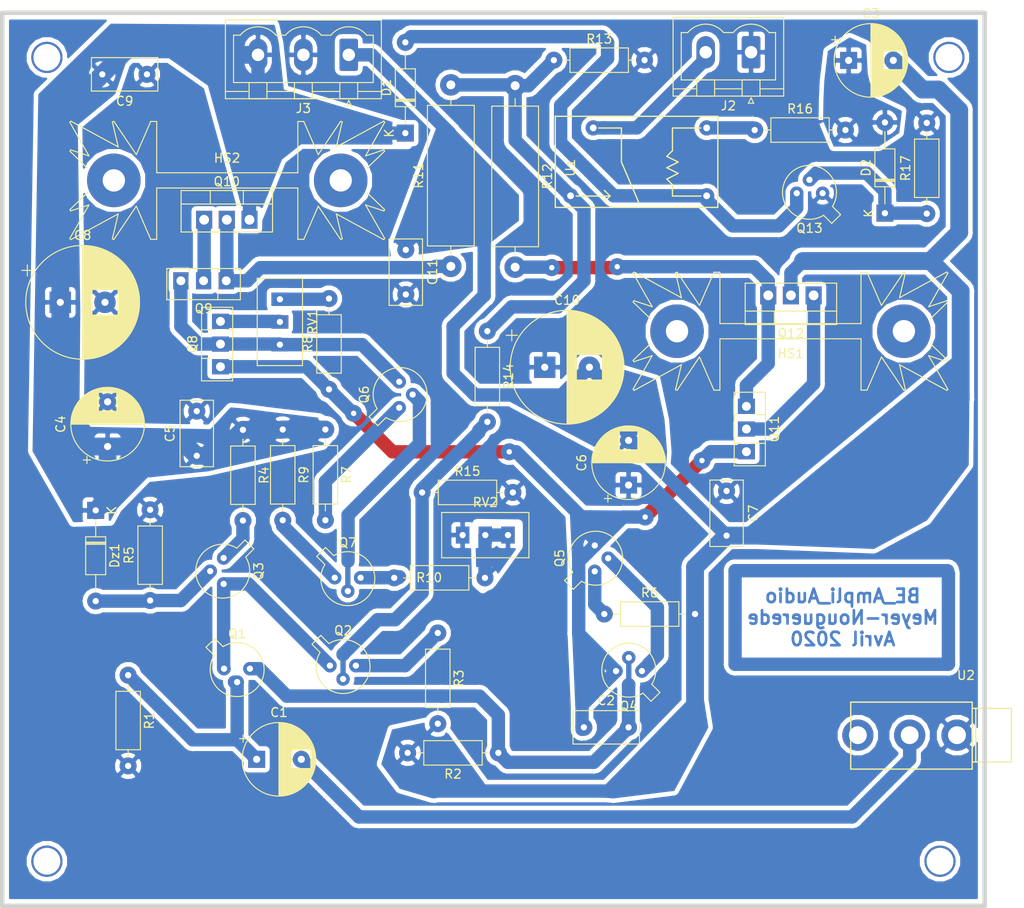
<source format=kicad_pcb>
(kicad_pcb (version 20171130) (host pcbnew "(5.0.0)")
  (title_block (title BE_Ampli_Audio) (date 2020-04-04) (rev V0) (company "INSA GEI") (comment 1 "Carole Meyer") (comment 2 "Louis Nouguerede"))
  (layers (0 F.Cu signal) (31 B.Cu signal) (34 B.Paste user hide) (35 F.Paste user) (36 B.SilkS user hide) (37 F.SilkS user) (38 B.Mask user hide) (39 F.Mask user hide) (44 Edge.Cuts user))
  (net 0 "")
  (net 1 "Net-(C1-Pad1)")
  (net 2 "Net-(C1-Pad2)")
  (net 3 "Net-(C2-Pad1)")
  (net 4 "Net-(C2-Pad2)")
  (net 5 -12V)
  (net 6 "Net-(C3-Pad1)")
  (net 7 GND)
  (net 8 +12V)
  (net 9 "Net-(D1-Pad2)")
  (net 10 "Net-(D2-Pad1)")
  (net 11 "Net-(Dz1-Pad2)")
  (net 12 "Net-(Q1-Pad1)")
  (net 13 "Net-(Q2-Pad2)")
  (net 14 "Net-(Q2-Pad3)")
  (net 15 "Net-(Q3-Pad1)")
  (net 16 "Net-(Q4-Pad1)")
  (net 17 "Net-(Q5-Pad1)")
  (net 18 "Net-(Q6-Pad3)")
  (net 19 "Net-(Q6-Pad2)")
  (net 20 "Net-(Q6-Pad1)")
  (net 21 "Net-(Q7-Pad1)")
  (net 22 "Net-(Q7-Pad3)")
  (net 23 "Net-(Q8-Pad3)")
  (net 24 "Net-(Q10-Pad2)")
  (net 25 "Net-(Q10-Pad1)")
  (net 26 "Net-(Q11-Pad2)")
  (net 27 "Net-(Q11-Pad1)")
  (net 28 "Net-(R8-Pad2)")
  (net 29 "Net-(R10-Pad2)")
  (net 30 "Net-(R11-Pad2)")
  (net 31 "Net-(R16-Pad1)")
  (net 32 "Net-(U2-PadTN)")
  (net 33 "Net-(J2-Pad2)")
  (module Be-Elec:RelayBE (layer F.Cu) (at 107.9881 43.9928 180)
    (fp_text reference U1 (at 16.51 4.445 270) (layer F.SilkS))
    (fp_text value Relay_1CT)
    (pad 7 thru_hole circle (at 16.49 1.3 180) (size 1.7 1.7) (drill 0.762) (layers *.Cu *.Mask) (net 30 "Net-(R11-Pad2)"))
    (pad 1 thru_hole circle (at 13.95 8.9 270) (size 1.7 1.7) (drill 0.762) (layers *.Cu *.Mask) (net 33 "Net-(J2-Pad2)"))
    (pad 6 thru_hole circle (at 1.25 1.3 180) (size 1.7 1.7) (drill 0.762) (layers *.Cu *.Mask) (net 9 "Net-(D1-Pad2)"))
    (pad 2 thru_hole circle (at 1.25 8.9 180) (size 1.7 1.7) (drill 0.762) (layers *.Cu *.Mask) (net 31 "Net-(R16-Pad1)"))
  )
  (module Be-Elec:CP_Radial_D8.0mm_P5.00mm (layer F.Cu) (at 122.6312 27.5336)
    (fp_text reference C3 (at 2.5 -5.25) (layer F.SilkS))
    (fp_text value 47µ)
    (pad 2 thru_hole circle (at 5 0) (size 1.9 1.9) (drill 0.8) (layers *.Cu *.Mask) (net 5 -12V))
    (pad 1 thru_hole rect (at 0 0) (size 1.9 1.9) (drill 0.8) (layers *.Cu *.Mask) (net 6 "Net-(C3-Pad1)"))
  )
  (module Be-Elec:C_Rect_L7.2mm_W3.5mm_P5.00mm_FKS2_FKP2_MKS2_MKP2 (layer F.Cu) (at 49.6443 71.8058 90)
    (fp_text reference C5 (at 2.5 -3 90) (layer F.SilkS))
    (fp_text value 100n)
    (pad 2 thru_hole circle (at 5 0 90) (size 1.9 1.9) (drill 0.7) (layers *.Cu *.Mask) (net 7 GND))
    (pad 1 thru_hole circle (at 0 0 90) (size 1.9 1.9) (drill 0.7) (layers *.Cu *.Mask) (net 8 +12V))
  )
  (module Be-Elec:C_Rect_L7.2mm_W3.5mm_P5.00mm_FKS2_FKP2_MKS2_MKP2 (layer F.Cu) (at 108.966 75.7428 270)
    (fp_text reference C7 (at 2.5 -3 270) (layer F.SilkS))
    (fp_text value 100n)
    (pad 1 thru_hole circle (at 0 0 270) (size 1.9 1.9) (drill 0.7) (layers *.Cu *.Mask) (net 7 GND))
    (pad 2 thru_hole circle (at 5 0 270) (size 1.9 1.9) (drill 0.7) (layers *.Cu *.Mask) (net 5 -12V))
  )
  (module Be-Elec:C_Rect_L7.2mm_W3.5mm_P5.00mm_FKS2_FKP2_MKS2_MKP2 (layer F.Cu) (at 44.069 29.0957 180)
    (fp_text reference C9 (at 2.5 -3 180) (layer F.SilkS))
    (fp_text value 100n)
    (pad 2 thru_hole circle (at 5 0 180) (size 1.9 1.9) (drill 0.7) (layers *.Cu *.Mask) (net 8 +12V))
    (pad 1 thru_hole circle (at 0 0 180) (size 1.9 1.9) (drill 0.7) (layers *.Cu *.Mask) (net 7 GND))
  )
  (module Be-Elec:C_Rect_L7.2mm_W3.5mm_P5.00mm_FKS2_FKP2_MKS2_MKP2 (layer F.Cu) (at 73.0504 48.7426 270)
    (fp_text reference C11 (at 2.5 -3 270) (layer F.SilkS))
    (fp_text value 100n)
    (pad 1 thru_hole circle (at 0 0 270) (size 1.9 1.9) (drill 0.7) (layers *.Cu *.Mask) (net 5 -12V))
    (pad 2 thru_hole circle (at 5 0 270) (size 1.9 1.9) (drill 0.7) (layers *.Cu *.Mask) (net 7 GND))
  )
  (module Be-Elec:PhoenixContact_MSTBVA_2,5_2-G-5,08_1x02_P5.08mm_Vertical (layer F.Cu) (at 111.7092 26.6192 180)
    (fp_text reference J2 (at 2.54 -6 180) (layer F.SilkS))
    (fp_text value Conn_01x02)
    (pad 2 thru_hole oval (at 5.08 0 180) (size 2.08 3.6) (drill 1.4) (layers *.Cu *.Mask) (net 33 "Net-(J2-Pad2)"))
    (pad 1 thru_hole roundrect (at 0 0 180) (size 2.08 3.6) (drill 1.4) (layers *.Cu *.Mask) (roundrect_rratio 0.120192) (net 7 GND))
  )
  (module Be-Elec:CP_Radial_D8.0mm_P5.00mm (layer F.Cu) (at 56.3499 105.791)
    (fp_text reference C1 (at 2.5 -5.25) (layer F.SilkS))
    (fp_text value 47µ)
    (pad 1 thru_hole rect (at 0 0) (size 1.9 1.9) (drill 0.8) (layers *.Cu *.Mask) (net 1 "Net-(C1-Pad1)"))
    (pad 2 thru_hole circle (at 5 0) (size 1.9 1.9) (drill 0.8) (layers *.Cu *.Mask) (net 2 "Net-(C1-Pad2)"))
  )
  (module Be-Elec:C_Rect_L7.2mm_W3.5mm_P5.00mm_FKS2_FKP2_MKS2_MKP2 (layer F.Cu) (at 92.9894 102.2096)
    (fp_text reference C2 (at 2.5 -3) (layer F.SilkS))
    (fp_text value C)
    (pad 1 thru_hole circle (at 0 0) (size 1.9 1.9) (drill 0.7) (layers *.Cu *.Mask) (net 3 "Net-(C2-Pad1)"))
    (pad 2 thru_hole circle (at 5 0) (size 1.9 1.9) (drill 0.7) (layers *.Cu *.Mask) (net 4 "Net-(C2-Pad2)"))
  )
  (module Be-Elec:CP_Radial_D8.0mm_P5.00mm (layer F.Cu) (at 39.6621 70.7644 90)
    (fp_text reference C4 (at 2.5 -5.25 90) (layer F.SilkS))
    (fp_text value 10µ)
    (pad 2 thru_hole circle (at 5 0 90) (size 1.9 1.9) (drill 0.8) (layers *.Cu *.Mask) (net 7 GND))
    (pad 1 thru_hole rect (at 0 0 90) (size 1.9 1.9) (drill 0.8) (layers *.Cu *.Mask) (net 8 +12V))
  )
  (module Be-Elec:CP_Radial_D8.0mm_P5.00mm (layer F.Cu) (at 97.9932 75.0824 90)
    (fp_text reference C6 (at 2.5 -5.25 90) (layer F.SilkS))
    (fp_text value 10µ)
    (pad 1 thru_hole rect (at 0 0 90) (size 1.9 1.9) (drill 0.8) (layers *.Cu *.Mask) (net 7 GND))
    (pad 2 thru_hole circle (at 5 0 90) (size 1.9 1.9) (drill 0.8) (layers *.Cu *.Mask) (net 5 -12V))
  )
  (module Be-Elec:CP_Radial_D12.5mm_P5.00mm (layer F.Cu) (at 34.3662 54.6227)
    (fp_text reference C8 (at 2.5 -7.5) (layer F.SilkS))
    (fp_text value 470µ)
    (pad 1 thru_hole rect (at 0 0) (size 2.4 2.4) (drill 0.8) (layers *.Cu *.Mask) (net 8 +12V))
    (pad 2 thru_hole circle (at 5 0) (size 2.4 2.4) (drill 0.8) (layers *.Cu *.Mask) (net 7 GND))
  )
  (module Be-Elec:CP_Radial_D12.5mm_P5.00mm (layer F.Cu) (at 88.6079 61.8871)
    (fp_text reference C10 (at 2.5 -7.5) (layer F.SilkS))
    (fp_text value 470µ)
    (pad 1 thru_hole rect (at 0 0) (size 2.4 2.4) (drill 0.8) (layers *.Cu *.Mask) (net 7 GND))
    (pad 2 thru_hole circle (at 5 0) (size 2.4 2.4) (drill 0.8) (layers *.Cu *.Mask) (net 5 -12V))
  )
  (module Be-Elec:D_DO-35_SOD27_P10.16mm_Horizontal (layer F.Cu) (at 72.9996 35.6743 90)
    (fp_text reference D1 (at 5.08 -2.12 90) (layer F.SilkS))
    (fp_text value 1N4148)
    (fp_text user K (at 0 -1.8 90) (layer F.SilkS))
    (pad 1 thru_hole rect (at 0 0 90) (size 1.9 1.9) (drill 0.7) (layers *.Cu *.Mask) (net 8 +12V))
    (pad 2 thru_hole oval (at 10.16 0 90) (size 1.9 1.9) (drill 0.7) (layers *.Cu *.Mask) (net 9 "Net-(D1-Pad2)"))
  )
  (module Be-Elec:D_DO-35_SOD27_P10.16mm_Horizontal (layer F.Cu) (at 126.6952 44.6405 90)
    (fp_text reference D2 (at 5.08 -2.12 90) (layer F.SilkS))
    (fp_text value 1N4148)
    (fp_text user K (at 0 -1.8 90) (layer F.SilkS))
    (pad 1 thru_hole rect (at 0 0 90) (size 1.9 1.9) (drill 0.7) (layers *.Cu *.Mask) (net 10 "Net-(D2-Pad1)"))
    (pad 2 thru_hole oval (at 10.16 0 90) (size 1.9 1.9) (drill 0.7) (layers *.Cu *.Mask) (net 6 "Net-(C3-Pad1)"))
  )
  (module Be-Elec:D_DO-35_SOD27_P10.16mm_Horizontal (layer F.Cu) (at 38.3286 77.9145 270)
    (fp_text reference Dz1 (at 5.08 -2.12 270) (layer F.SilkS))
    (fp_text value BZX55C5V1)
    (fp_text user K (at 0 -1.8 270) (layer F.SilkS))
    (pad 2 thru_hole oval (at 10.16 0 270) (size 1.9 1.9) (drill 0.7) (layers *.Cu *.Mask) (net 11 "Net-(Dz1-Pad2)"))
    (pad 1 thru_hole rect (at 0 0 270) (size 1.9 1.9) (drill 0.7) (layers *.Cu *.Mask) (net 8 +12V))
  )
  (module Be-Elec:Heatsink_Fischer_SK104-STC-STIC_35x13mm_2xDrill2.5mm (layer F.Cu) (at 116.120462 57.855449 180)
    (fp_text reference HS1 (at -0.025 -2.5 180) (layer F.SilkS))
    (fp_text value Heatsink)
    (pad 1 thru_hole circle (at 12.7 0 180) (size 6 6) (drill 2.5) (layers *.Cu *.Mask))
    (pad 1 thru_hole circle (at -12.7 0) (size 6 6) (drill 2.5) (layers *.Cu *.Mask))
  )
  (module Be-Elec:Heatsink_Fischer_SK104-STC-STIC_35x13mm_2xDrill2.5mm (layer F.Cu) (at 53.0606 40.9702)
    (fp_text reference HS2 (at -0.025 -2.5) (layer F.SilkS))
    (fp_text value Heatsink)
    (pad 1 thru_hole circle (at -12.7 0 180) (size 6 6) (drill 2.5) (layers *.Cu *.Mask))
    (pad 1 thru_hole circle (at 12.7 0) (size 6 6) (drill 2.5) (layers *.Cu *.Mask))
  )
  (module Be-Elec:PhoenixContact_MSTBVA_2,5_3-G-5,08_1x03_P5.08mm_Vertical (layer F.Cu) (at 66.6623 26.9113 180)
    (fp_text reference J3 (at 5.08 -6 180) (layer F.SilkS))
    (fp_text value Conn_01x03)
    (pad 1 thru_hole roundrect (at 0 0 180) (size 2.08 3.6) (drill 1.4) (layers *.Cu *.Mask) (roundrect_rratio 0.120192) (net 5 -12V))
    (pad 2 thru_hole oval (at 5.08 0 180) (size 2.08 3.6) (drill 1.4) (layers *.Cu *.Mask) (net 7 GND))
    (pad 3 thru_hole oval (at 10.16 0 180) (size 2.08 3.6) (drill 1.4) (layers *.Cu *.Mask) (net 8 +12V))
  )
  (module Be-Elec:TO-18-3 (layer F.Cu) (at 52.8955 95.7453)
    (fp_text reference Q1 (at 1.27 -4.02) (layer F.SilkS))
    (fp_text value 2N2907)
    (pad 1 thru_hole circle (at -0.2 -0.1) (size 1.5 1.5) (drill 0.7) (layers *.Cu *.Mask) (net 12 "Net-(Q1-Pad1)"))
    (pad 2 thru_hole circle (at 1.27 1.4) (size 1.5 1.5) (drill 0.7) (layers *.Cu *.Mask) (net 1 "Net-(C1-Pad1)"))
    (pad 3 thru_hole circle (at 2.7 -0.1) (size 1.5 1.5) (drill 0.7) (layers *.Cu *.Mask) (net 4 "Net-(C2-Pad2)"))
  )
  (module Be-Elec:TO-18-3 (layer F.Cu) (at 64.7573 95.4024)
    (fp_text reference Q2 (at 1.27 -4.02) (layer F.SilkS))
    (fp_text value 2N2907)
    (pad 1 thru_hole circle (at -0.2 -0.1) (size 1.5 1.5) (drill 0.7) (layers *.Cu *.Mask) (net 12 "Net-(Q1-Pad1)"))
    (pad 2 thru_hole circle (at 1.27 1.4) (size 1.5 1.5) (drill 0.7) (layers *.Cu *.Mask) (net 13 "Net-(Q2-Pad2)"))
    (pad 3 thru_hole circle (at 2.7 -0.1) (size 1.5 1.5) (drill 0.7) (layers *.Cu *.Mask) (net 14 "Net-(Q2-Pad3)"))
  )
  (module Be-Elec:TO-18-3 (layer F.Cu) (at 52.5526 83.4517 270)
    (fp_text reference Q3 (at 1.27 -4.02 270) (layer F.SilkS))
    (fp_text value 2N2907)
    (pad 3 thru_hole circle (at 2.7 -0.1 270) (size 1.5 1.5) (drill 0.7) (layers *.Cu *.Mask) (net 12 "Net-(Q1-Pad1)"))
    (pad 2 thru_hole circle (at 1.27 1.4 270) (size 1.5 1.5) (drill 0.7) (layers *.Cu *.Mask) (net 11 "Net-(Dz1-Pad2)"))
    (pad 1 thru_hole circle (at -0.2 -0.1 270) (size 1.5 1.5) (drill 0.7) (layers *.Cu *.Mask) (net 15 "Net-(Q3-Pad1)"))
  )
  (module Be-Elec:TO-18-3 (layer F.Cu) (at 99.2886 95.8088 180)
    (fp_text reference Q4 (at 1.27 -4.02 180) (layer F.SilkS))
    (fp_text value 2N2222)
    (pad 3 thru_hole circle (at 2.7 -0.1 180) (size 1.5 1.5) (drill 0.7) (layers *.Cu *.Mask) (net 3 "Net-(C2-Pad1)"))
    (pad 2 thru_hole circle (at 1.27 1.4 180) (size 1.5 1.5) (drill 0.7) (layers *.Cu *.Mask) (net 4 "Net-(C2-Pad2)"))
    (pad 1 thru_hole circle (at -0.2 -0.1 180) (size 1.5 1.5) (drill 0.7) (layers *.Cu *.Mask) (net 16 "Net-(Q4-Pad1)"))
  )
  (module Be-Elec:TO-18-3 (layer F.Cu) (at 94.3072 84.5439 90)
    (fp_text reference Q5 (at 1.27 -4.02 90) (layer F.SilkS))
    (fp_text value 2N2222)
    (pad 1 thru_hole circle (at -0.2 -0.1 90) (size 1.5 1.5) (drill 0.7) (layers *.Cu *.Mask) (net 17 "Net-(Q5-Pad1)"))
    (pad 2 thru_hole circle (at 1.27 1.4 90) (size 1.5 1.5) (drill 0.7) (layers *.Cu *.Mask) (net 16 "Net-(Q4-Pad1)"))
    (pad 3 thru_hole circle (at 2.7 -0.1 90) (size 1.5 1.5) (drill 0.7) (layers *.Cu *.Mask) (net 3 "Net-(C2-Pad1)"))
  )
  (module Be-Elec:TO-18-3 (layer F.Cu) (at 72.4154 66.2178 90)
    (fp_text reference Q6 (at 1.27 -4.02 90) (layer F.SilkS))
    (fp_text value 2N2907)
    (pad 3 thru_hole circle (at 2.7 -0.1 90) (size 1.5 1.5) (drill 0.7) (layers *.Cu *.Mask) (net 18 "Net-(Q6-Pad3)"))
    (pad 2 thru_hole circle (at 1.27 1.4 90) (size 1.5 1.5) (drill 0.7) (layers *.Cu *.Mask) (net 19 "Net-(Q6-Pad2)"))
    (pad 1 thru_hole circle (at -0.2 -0.1 90) (size 1.5 1.5) (drill 0.7) (layers *.Cu *.Mask) (net 20 "Net-(Q6-Pad1)"))
  )
  (module Be-Elec:TO-18-3 (layer F.Cu) (at 65.2907 85.5599)
    (fp_text reference Q7 (at 1.27 -4.02) (layer F.SilkS))
    (fp_text value 2N2907)
    (pad 1 thru_hole circle (at -0.2 -0.1) (size 1.5 1.5) (drill 0.7) (layers *.Cu *.Mask) (net 21 "Net-(Q7-Pad1)"))
    (pad 2 thru_hole circle (at 1.27 1.4) (size 1.5 1.5) (drill 0.7) (layers *.Cu *.Mask) (net 19 "Net-(Q6-Pad2)"))
    (pad 3 thru_hole circle (at 2.7 -0.1) (size 1.5 1.5) (drill 0.7) (layers *.Cu *.Mask) (net 22 "Net-(Q7-Pad3)"))
  )
  (module Be-Elec:TO-126-3_Vertical (layer F.Cu) (at 52.2986 61.8363 90)
    (fp_text reference Q8 (at 2.54 -3.12 90) (layer F.SilkS))
    (fp_text value BD139)
    (pad 1 thru_hole rect (at 0 0 90) (size 1.7 1.9) (drill 1) (layers *.Cu *.Mask) (net 3 "Net-(C2-Pad1)"))
    (pad 2 thru_hole rect (at 2.54 0 90) (size 1.7 1.9) (drill 1) (layers *.Cu *.Mask) (net 18 "Net-(Q6-Pad3)"))
    (pad 3 thru_hole rect (at 5.08 0 90) (size 1.7 1.9) (drill 1) (layers *.Cu *.Mask) (net 23 "Net-(Q8-Pad3)"))
  )
  (module Be-Elec:TO-126-3_Vertical (layer F.Cu) (at 52.9463 52.2097 180)
    (fp_text reference Q9 (at 2.54 -3.12 180) (layer F.SilkS))
    (fp_text value BD139)
    (pad 1 thru_hole rect (at 0 0 180) (size 1.7 1.9) (drill 1) (layers *.Cu *.Mask) (net 24 "Net-(Q10-Pad2)"))
    (pad 2 thru_hole rect (at 2.54 0 180) (size 1.7 1.9) (drill 1) (layers *.Cu *.Mask) (net 25 "Net-(Q10-Pad1)"))
    (pad 3 thru_hole rect (at 5.08 0 180) (size 1.7 1.9) (drill 1) (layers *.Cu *.Mask) (net 18 "Net-(Q6-Pad3)"))
  )
  (module Be-Elec:TO-220-3_Vertical (layer F.Cu) (at 50.4698 45.3771)
    (fp_text reference Q10 (at 2.54 -4.27) (layer F.SilkS))
    (fp_text value TIP32)
    (pad 3 thru_hole rect (at 5.08 0) (size 1.8 2) (drill 1.1) (layers *.Cu *.Mask) (net 8 +12V))
    (pad 2 thru_hole rect (at 2.54 0) (size 1.8 2) (drill 1.1) (layers *.Cu *.Mask) (net 24 "Net-(Q10-Pad2)"))
    (pad 1 thru_hole rect (at 0 0) (size 1.8 2) (drill 1.1) (layers *.Cu *.Mask) (net 25 "Net-(Q10-Pad1)"))
  )
  (module Be-Elec:TO-126-3_Vertical (layer F.Cu) (at 111.1885 66.2686 270)
    (fp_text reference Q11 (at 2.54 -3.12 270) (layer F.SilkS))
    (fp_text value BD138)
    (pad 3 thru_hole rect (at 5.08 0 270) (size 1.7 1.9) (drill 1) (layers *.Cu *.Mask) (net 3 "Net-(C2-Pad1)"))
    (pad 2 thru_hole rect (at 2.54 0 270) (size 1.7 1.9) (drill 1) (layers *.Cu *.Mask) (net 26 "Net-(Q11-Pad2)"))
    (pad 1 thru_hole rect (at 0 0 270) (size 1.7 1.9) (drill 1) (layers *.Cu *.Mask) (net 27 "Net-(Q11-Pad1)"))
  )
  (module Be-Elec:TO-220-3_Vertical (layer F.Cu) (at 118.711262 53.842249 180)
    (fp_text reference Q12 (at 2.54 -4.27 180) (layer F.SilkS))
    (fp_text value TIP31)
    (pad 1 thru_hole rect (at 0 0 180) (size 1.8 2) (drill 1.1) (layers *.Cu *.Mask) (net 26 "Net-(Q11-Pad2)"))
    (pad 2 thru_hole rect (at 2.54 0 180) (size 1.8 2) (drill 1.1) (layers *.Cu *.Mask) (net 5 -12V))
    (pad 3 thru_hole rect (at 5.08 0 180) (size 1.8 2) (drill 1.1) (layers *.Cu *.Mask) (net 27 "Net-(Q11-Pad1)"))
  )
  (module Be-Elec:TO-18-3 (layer F.Cu) (at 119.5197 42.3037 180)
    (fp_text reference Q13 (at 1.27 -4.02 180) (layer F.SilkS))
    (fp_text value 2N2222)
    (pad 3 thru_hole circle (at 2.7 -0.1 180) (size 1.5 1.5) (drill 0.7) (layers *.Cu *.Mask) (net 9 "Net-(D1-Pad2)"))
    (pad 2 thru_hole circle (at 1.27 1.4 180) (size 1.5 1.5) (drill 0.7) (layers *.Cu *.Mask) (net 10 "Net-(D2-Pad1)"))
    (pad 1 thru_hole circle (at -0.2 -0.1 180) (size 1.5 1.5) (drill 0.7) (layers *.Cu *.Mask) (net 7 GND))
  )
  (module Be-Elec:R_Axial_DIN0207_L6.3mm_D2.5mm_P10.16mm_Horizontal (layer F.Cu) (at 41.9608 96.3676 270)
    (fp_text reference R1 (at 5.08 -2.37 270) (layer F.SilkS))
    (fp_text value R)
    (pad 2 thru_hole circle (at 10.16 0 270) (size 1.9 1.9) (drill 0.7) (layers *.Cu *.Mask) (net 7 GND))
    (pad 1 thru_hole circle (at 0 0 270) (size 1.9 1.9) (drill 0.7) (layers *.Cu *.Mask) (net 1 "Net-(C1-Pad1)"))
  )
  (module Be-Elec:R_Axial_DIN0207_L6.3mm_D2.5mm_P10.16mm_Horizontal (layer F.Cu) (at 83.4136 105.0671 180)
    (fp_text reference R2 (at 5.08 -2.37 180) (layer F.SilkS))
    (fp_text value R)
    (pad 2 thru_hole circle (at 10.16 0 180) (size 1.9 1.9) (drill 0.7) (layers *.Cu *.Mask) (net 5 -12V))
    (pad 1 thru_hole circle (at 0 0 180) (size 1.9 1.9) (drill 0.7) (layers *.Cu *.Mask) (net 4 "Net-(C2-Pad2)"))
  )
  (module Be-Elec:R_Axial_DIN0207_L6.3mm_D2.5mm_P10.16mm_Horizontal (layer F.Cu) (at 76.6318 91.6432 270)
    (fp_text reference R3 (at 5.08 -2.37 270) (layer F.SilkS))
    (fp_text value R)
    (pad 2 thru_hole circle (at 10.16 0 270) (size 1.9 1.9) (drill 0.7) (layers *.Cu *.Mask) (net 5 -12V))
    (pad 1 thru_hole circle (at 0 0 270) (size 1.9 1.9) (drill 0.7) (layers *.Cu *.Mask) (net 14 "Net-(Q2-Pad3)"))
  )
  (module Be-Elec:R_Axial_DIN0207_L6.3mm_D2.5mm_P10.16mm_Horizontal (layer F.Cu) (at 54.8132 68.8975 270)
    (fp_text reference R4 (at 5.08 -2.37 270) (layer F.SilkS))
    (fp_text value R)
    (pad 1 thru_hole circle (at 0 0 270) (size 1.9 1.9) (drill 0.7) (layers *.Cu *.Mask) (net 8 +12V))
    (pad 2 thru_hole circle (at 10.16 0 270) (size 1.9 1.9) (drill 0.7) (layers *.Cu *.Mask) (net 15 "Net-(Q3-Pad1)"))
  )
  (module Be-Elec:R_Axial_DIN0207_L6.3mm_D2.5mm_P10.16mm_Horizontal (layer F.Cu) (at 44.4246 88.011 90)
    (fp_text reference R5 (at 5.08 -2.37 90) (layer F.SilkS))
    (fp_text value R)
    (pad 2 thru_hole circle (at 10.16 0 90) (size 1.9 1.9) (drill 0.7) (layers *.Cu *.Mask) (net 7 GND))
    (pad 1 thru_hole circle (at 0 0 90) (size 1.9 1.9) (drill 0.7) (layers *.Cu *.Mask) (net 11 "Net-(Dz1-Pad2)"))
  )
  (module Be-Elec:R_Axial_DIN0207_L6.3mm_D2.5mm_P10.16mm_Horizontal (layer F.Cu) (at 95.2754 89.5223)
    (fp_text reference R6 (at 5.08 -2.37) (layer F.SilkS))
    (fp_text value R)
    (pad 1 thru_hole circle (at 0 0) (size 1.9 1.9) (drill 0.7) (layers *.Cu *.Mask) (net 17 "Net-(Q5-Pad1)"))
    (pad 2 thru_hole circle (at 10.16 0) (size 1.9 1.9) (drill 0.7) (layers *.Cu *.Mask) (net 5 -12V))
  )
  (module Be-Elec:R_Axial_DIN0207_L6.3mm_D2.5mm_P10.16mm_Horizontal (layer F.Cu) (at 64.0461 68.8594 270)
    (fp_text reference R7 (at 5.08 -2.37 270) (layer F.SilkS))
    (fp_text value R)
    (pad 2 thru_hole circle (at 10.16 0 270) (size 1.9 1.9) (drill 0.7) (layers *.Cu *.Mask) (net 20 "Net-(Q6-Pad1)"))
    (pad 1 thru_hole circle (at 0 0 270) (size 1.9 1.9) (drill 0.7) (layers *.Cu *.Mask) (net 8 +12V))
  )
  (module Be-Elec:R_Axial_DIN0207_L6.3mm_D2.5mm_P10.16mm_Horizontal (layer F.Cu) (at 64.4525 64.3636 90)
    (fp_text reference R8 (at 5.08 -2.37 90) (layer F.SilkS))
    (fp_text value R)
    (pad 1 thru_hole circle (at 0 0 90) (size 1.9 1.9) (drill 0.7) (layers *.Cu *.Mask) (net 3 "Net-(C2-Pad1)"))
    (pad 2 thru_hole circle (at 10.16 0 90) (size 1.9 1.9) (drill 0.7) (layers *.Cu *.Mask) (net 28 "Net-(R8-Pad2)"))
  )
  (module Be-Elec:R_Axial_DIN0207_L6.3mm_D2.5mm_P10.16mm_Horizontal (layer F.Cu) (at 59.2709 68.8594 270)
    (fp_text reference R9 (at 5.08 -2.37 270) (layer F.SilkS))
    (fp_text value R)
    (pad 1 thru_hole circle (at 0 0 270) (size 1.9 1.9) (drill 0.7) (layers *.Cu *.Mask) (net 8 +12V))
    (pad 2 thru_hole circle (at 10.16 0 270) (size 1.9 1.9) (drill 0.7) (layers *.Cu *.Mask) (net 21 "Net-(Q7-Pad1)"))
  )
  (module Be-Elec:R_Axial_DIN0207_L6.3mm_D2.5mm_P10.16mm_Horizontal (layer F.Cu) (at 71.755 85.471)
    (fp_text reference R10 (at 3.9116 -0.0254) (layer F.SilkS))
    (fp_text value R)
    (pad 1 thru_hole circle (at 0 0) (size 1.9 1.9) (drill 0.7) (layers *.Cu *.Mask) (net 22 "Net-(Q7-Pad3)"))
    (pad 2 thru_hole circle (at 10.16 0) (size 1.9 1.9) (drill 0.7) (layers *.Cu *.Mask) (net 29 "Net-(R10-Pad2)"))
  )
  (module Be-Elec:R_Axial_DIN0516_L15.5mm_D5.0mm_P20.32mm_Horizontal (layer F.Cu) (at 78.0923 50.5968 90)
    (fp_text reference R11 (at 10.16 -3.62 90) (layer F.SilkS))
    (fp_text value R)
    (pad 1 thru_hole circle (at 0 0 90) (size 2.4 2.4) (drill 1) (layers *.Cu *.Mask) (net 24 "Net-(Q10-Pad2)"))
    (pad 2 thru_hole oval (at 20.32 0 90) (size 2.4 2.4) (drill 1) (layers *.Cu *.Mask) (net 30 "Net-(R11-Pad2)"))
  )
  (module Be-Elec:R_Axial_DIN0516_L15.5mm_D5.0mm_P20.32mm_Horizontal (layer F.Cu) (at 85.2932 30.3657 270)
    (fp_text reference R12 (at 10.16 -3.62 270) (layer F.SilkS))
    (fp_text value R)
    (pad 2 thru_hole oval (at 20.32 0 270) (size 2.4 2.4) (drill 1) (layers *.Cu *.Mask) (net 27 "Net-(Q11-Pad1)"))
    (pad 1 thru_hole circle (at 0 0 270) (size 2.4 2.4) (drill 1) (layers *.Cu *.Mask) (net 30 "Net-(R11-Pad2)"))
  )
  (module Be-Elec:R_Axial_DIN0207_L6.3mm_D2.5mm_P10.16mm_Horizontal (layer F.Cu) (at 89.6239 27.5082)
    (fp_text reference R13 (at 5.08 -2.37) (layer F.SilkS))
    (fp_text value R)
    (pad 2 thru_hole circle (at 10.16 0) (size 1.9 1.9) (drill 0.7) (layers *.Cu *.Mask) (net 7 GND))
    (pad 1 thru_hole circle (at 0 0) (size 1.9 1.9) (drill 0.7) (layers *.Cu *.Mask) (net 30 "Net-(R11-Pad2)"))
  )
  (module Be-Elec:R_Axial_DIN0207_L6.3mm_D2.5mm_P10.16mm_Horizontal (layer F.Cu) (at 82.1817 57.8485 270)
    (fp_text reference R14 (at 5.08 -2.37 270) (layer F.SilkS))
    (fp_text value R)
    (pad 1 thru_hole circle (at 0 0 270) (size 1.9 1.9) (drill 0.7) (layers *.Cu *.Mask) (net 30 "Net-(R11-Pad2)"))
    (pad 2 thru_hole circle (at 10.16 0 270) (size 1.9 1.9) (drill 0.7) (layers *.Cu *.Mask) (net 13 "Net-(Q2-Pad2)"))
  )
  (module Be-Elec:R_Axial_DIN0207_L6.3mm_D2.5mm_P10.16mm_Horizontal (layer F.Cu) (at 74.8792 75.9079)
    (fp_text reference R15 (at 5.08 -2.37) (layer F.SilkS))
    (fp_text value R)
    (pad 1 thru_hole circle (at 0 0) (size 1.9 1.9) (drill 0.7) (layers *.Cu *.Mask) (net 13 "Net-(Q2-Pad2)"))
    (pad 2 thru_hole circle (at 10.16 0) (size 1.9 1.9) (drill 0.7) (layers *.Cu *.Mask) (net 7 GND))
  )
  (module Be-Elec:R_Axial_DIN0207_L6.3mm_D2.5mm_P10.16mm_Horizontal (layer F.Cu) (at 112.1156 35.3314)
    (fp_text reference R16 (at 5.08 -2.37) (layer F.SilkS))
    (fp_text value R)
    (pad 2 thru_hole circle (at 10.16 0) (size 1.9 1.9) (drill 0.7) (layers *.Cu *.Mask) (net 6 "Net-(C3-Pad1)"))
    (pad 1 thru_hole circle (at 0 0) (size 1.9 1.9) (drill 0.7) (layers *.Cu *.Mask) (net 31 "Net-(R16-Pad1)"))
  )
  (module Be-Elec:R_Axial_DIN0207_L6.3mm_D2.5mm_P10.16mm_Horizontal (layer F.Cu) (at 131.3815 44.6913 90)
    (fp_text reference R17 (at 5.08 -2.37 90) (layer F.SilkS))
    (fp_text value R)
    (pad 1 thru_hole circle (at 0 0 90) (size 1.9 1.9) (drill 0.7) (layers *.Cu *.Mask) (net 10 "Net-(D2-Pad1)"))
    (pad 2 thru_hole circle (at 10.16 0 90) (size 1.9 1.9) (drill 0.7) (layers *.Cu *.Mask) (net 7 GND))
  )
  (module Be-Elec:Potentiometer_Bourns_3296W_Vertical (layer F.Cu) (at 58.9534 59.3598 270)
    (fp_text reference RV1 (at -2.54 -3.66 270) (layer F.SilkS))
    (fp_text value R_POT)
    (pad 3 thru_hole rect (at -5.08 0 270) (size 1.5 1.9) (drill 0.7) (layers *.Cu *.Mask) (net 28 "Net-(R8-Pad2)"))
    (pad 2 thru_hole rect (at -2.54 0 270) (size 1.5 1.9) (drill 0.7) (layers *.Cu *.Mask) (net 23 "Net-(Q8-Pad3)"))
    (pad 1 thru_hole rect (at 0 0 270) (size 1.5 1.9) (drill 0.7) (layers *.Cu *.Mask) (net 18 "Net-(Q6-Pad3)"))
  )
  (module Be-Elec:Potentiometer_Bourns_3296W_Vertical (layer F.Cu) (at 84.4931 80.6831)
    (fp_text reference RV2 (at -2.54 -3.66) (layer F.SilkS))
    (fp_text value R_POT)
    (pad 1 thru_hole rect (at 0 0) (size 1.5 1.9) (drill 0.7) (layers *.Cu *.Mask) (net 29 "Net-(R10-Pad2)"))
    (pad 2 thru_hole rect (at -2.54 0) (size 1.5 1.9) (drill 0.7) (layers *.Cu *.Mask) (net 29 "Net-(R10-Pad2)"))
    (pad 3 thru_hole rect (at -5.08 0) (size 1.5 1.9) (drill 0.7) (layers *.Cu *.Mask) (net 7 GND))
  )
  (module Be-Elec:Jack_35RAPC2AV (layer F.Cu) (at 136.8679 103.0859 180)
    (fp_text reference U2 (at 1.1 6.7 180) (layer F.SilkS))
    (fp_text value Jack_Mono)
    (pad TN thru_hole circle (at 13.2 0 180) (size 3.5 3.5) (drill 2) (layers *.Cu *.Mask) (net 32 "Net-(U2-PadTN)"))
    (pad G thru_hole circle (at 2.1 0 180) (size 3.5 3.5) (drill 2) (layers *.Cu *.Mask) (net 7 GND))
    (pad T thru_hole circle (at 7.4 0 180) (size 3.5 3.5) (drill 2) (layers *.Cu *.Mask) (net 2 "Net-(C1-Pad2)"))
  )
  (gr_text "BE_Ampli_Audio\nMeyer-Nouguerede\nAvril 2020" (at 121.9708 89.916) (layer B.Cu) (effects (font (size 1.5 1.5) (thickness 0.3)) (justify mirror)))
  (gr_line (start -33 11.75) (end -33.5 11.5) (layer B.SilkS) (width 0.2))
  (gr_line (start 27.8638 22.1996) (end 27.8638 122.1996) (layer Edge.Cuts) (width 0.5))
  (gr_line (start 27.8638 122.1996) (end 137.8638 122.1996) (layer Edge.Cuts) (width 0.5))
  (gr_line (start 137.8638 22.1996) (end 137.8638 122.1996) (layer Edge.Cuts) (width 0.5))
  (gr_line (start 27.8638 22.1996) (end 137.8638 22.1996) (layer Edge.Cuts) (width 0.5))
  (via (at 32.8638 27.1996) (size 3.5) (drill 3) (layers F.Cu B.Cu) (net 0))
  (via (at 133.8638 27.1996) (size 3.5) (drill 3) (layers F.Cu B.Cu) (net 0))
  (via (at 32.8638 117.1996) (size 3.5) (drill 3) (layers F.Cu B.Cu) (net 0))
  (via (at 132.8638 117.1996) (size 3.5) (drill 3) (layers F.Cu B.Cu) (net 0))
  (segment (start 109.9185 84.6709) (end 133.7183 84.6709) (width 1.5) (layer B.Cu) (net 0))
  (segment (start 109.9185 95.1357) (end 109.9185 84.6709) (width 1.5) (layer B.Cu) (net 0))
  (segment (start 109.9312 95.1484) (end 109.9185 95.1357) (width 1.5) (layer B.Cu) (net 0))
  (segment (start 133.8072 95.1484) (end 109.9312 95.1484) (width 1.5) (layer B.Cu) (net 0))
  (segment (start 133.7056 84.8868) (end 133.8072 84.9884) (width 1.5) (layer B.Cu) (net 0))
  (segment (start 133.8072 84.9884) (end 133.8072 95.1484) (width 1.5) (layer B.Cu) (net 0))
  (segment (start 54.1655 103.6066) (end 56.3499 105.791) (width 1.5) (layer B.Cu) (net 1))
  (segment (start 54.1655 97.1453) (end 54.1655 103.6066) (width 1.5) (layer B.Cu) (net 1))
  (segment (start 54.1655 97.1453) (end 53.859502 97.1453) (width 1.5) (layer B.Cu) (net 1))
  (segment (start 49.1998 103.6066) (end 41.9608 96.3676) (width 1.5) (layer B.Cu) (net 1))
  (segment (start 54.1655 103.6066) (end 49.1998 103.6066) (width 1.5) (layer B.Cu) (net 1))
  (segment (start 61.3499 105.791) (end 67.8015 112.2426) (width 1.5) (layer B.Cu) (net 2))
  (segment (start 129.4679 105.7996) (end 129.4679 103.0859) (width 1.5) (layer B.Cu) (net 2))
  (segment (start 123.0249 112.2426) (end 129.4679 105.7996) (width 1.5) (layer B.Cu) (net 2))
  (segment (start 67.8015 112.2426) (end 123.0249 112.2426) (width 1.5) (layer B.Cu) (net 2))
  (segment (start 61.9252 61.8363) (end 64.4525 64.3636) (width 1.5) (layer B.Cu) (net 3))
  (segment (start 52.2986 61.8363) (end 61.9252 61.8363) (width 1.5) (layer B.Cu) (net 3))
  (segment (start 92.7862 99.7112) (end 96.5886 95.9088) (width 1.5) (layer B.Cu) (net 3))
  (segment (start 92.7862 102.4382) (end 92.7862 99.7112) (width 1.5) (layer B.Cu) (net 3))
  (segment (start 93.457201 82.593899) (end 94.2072 81.8439) (width 1.5) (layer B.Cu) (net 3))
  (segment (start 92.407199 83.643901) (end 93.457201 82.593899) (width 1.5) (layer B.Cu) (net 3))
  (segment (start 96.5886 95.9088) (end 92.407199 91.727399) (width 1.5) (layer B.Cu) (net 3))
  (segment (start 92.407199 91.727399) (end 92.407199 83.643901) (width 1.5) (layer B.Cu) (net 3))
  (via (at 99.8474 78.6638) (size 1.9) (drill 0.6) (layers F.Cu B.Cu) (net 3))
  (via (at 106.210102 72.3392) (size 1.9) (drill 0.6) (layers F.Cu B.Cu) (net 3))
  (segment (start 99.8474 78.6638) (end 106.172002 72.3392) (width 1.5) (layer F.Cu) (net 3))
  (segment (start 106.172002 72.3392) (end 106.210102 72.3392) (width 1.5) (layer F.Cu) (net 3))
  (segment (start 111.1885 71.3486) (end 107.200702 71.3486) (width 1.5) (layer B.Cu) (net 3))
  (segment (start 107.200702 71.3486) (end 107.160101 71.389201) (width 1.5) (layer B.Cu) (net 3))
  (segment (start 107.160101 71.389201) (end 106.210102 72.3392) (width 1.5) (layer B.Cu) (net 3))
  (via (at 67.2084 67.056) (size 1.9) (drill 0.6) (layers F.Cu B.Cu) (net 3))
  (segment (start 64.4525 64.3636) (end 67.1449 67.056) (width 1.5) (layer B.Cu) (net 3))
  (segment (start 67.1449 67.056) (end 67.2084 67.056) (width 1.5) (layer B.Cu) (net 3))
  (via (at 84.6328 71.3613) (size 1.9) (drill 0.6) (layers F.Cu B.Cu) (net 3))
  (segment (start 85.4202 71.3613) (end 84.6328 71.3613) (width 1.5) (layer B.Cu) (net 3))
  (segment (start 94.2072 81.8439) (end 94.2072 80.1483) (width 1.5) (layer B.Cu) (net 3))
  (segment (start 94.2072 80.1483) (end 85.4202 71.3613) (width 1.5) (layer B.Cu) (net 3))
  (segment (start 97.3873 78.6638) (end 99.8474 78.6638) (width 1.5) (layer B.Cu) (net 3))
  (segment (start 94.2072 81.8439) (end 97.3873 78.6638) (width 1.5) (layer B.Cu) (net 3))
  (segment (start 83.289298 71.3613) (end 84.6328 71.3613) (width 1.5) (layer F.Cu) (net 3))
  (segment (start 71.5645 71.3613) (end 83.289298 71.3613) (width 1.5) (layer F.Cu) (net 3))
  (segment (start 67.2084 67.056) (end 67.2592 67.056) (width 1.5) (layer F.Cu) (net 3))
  (segment (start 67.2592 67.056) (end 71.5645 71.3613) (width 1.5) (layer F.Cu) (net 3))
  (segment (start 98.0186 97.4217) (end 98.0186 94.4088) (width 0.6) (layer B.Cu) (net 4))
  (segment (start 83.4136 100.838) (end 83.4136 105.0671) (width 1.5) (layer B.Cu) (net 4))
  (segment (start 56.6661 95.6453) (end 59.731799 98.710999) (width 1.5) (layer B.Cu) (net 4))
  (segment (start 55.5955 95.6453) (end 56.6661 95.6453) (width 1.5) (layer B.Cu) (net 4))
  (segment (start 59.731799 98.710999) (end 77.057499 98.710999) (width 1.5) (layer B.Cu) (net 4))
  (segment (start 77.057499 98.710999) (end 77.0636 98.7171) (width 1.5) (layer B.Cu) (net 4))
  (segment (start 77.0636 98.7171) (end 81.2927 98.7171) (width 1.5) (layer B.Cu) (net 4))
  (segment (start 81.2927 98.7171) (end 83.4136 100.838) (width 1.5) (layer B.Cu) (net 4))
  (segment (start 97.9894 97.4509) (end 97.9894 102.2096) (width 1.5) (layer B.Cu) (net 4))
  (segment (start 98.0186 97.4217) (end 97.9894 97.4509) (width 1.5) (layer B.Cu) (net 4))
  (segment (start 94.1032 106.1212) (end 97.7862 102.4382) (width 1.5) (layer B.Cu) (net 4))
  (segment (start 83.4136 105.0671) (end 84.4677 106.1212) (width 1.5) (layer B.Cu) (net 4))
  (segment (start 84.4677 106.1212) (end 94.1032 106.1212) (width 1.5) (layer B.Cu) (net 4))
  (segment (start 77.9399 42.4434) (end 74.0664 46.3169) (width 1.5) (layer B.Cu) (net 5))
  (segment (start 74.0664 46.3169) (end 74.0664 46.3677) (width 1.5) (layer B.Cu) (net 5))
  (segment (start 73.0504 47.3837) (end 73.0504 48.7426) (width 1.5) (layer B.Cu) (net 5))
  (segment (start 74.0664 46.3677) (end 73.0504 47.3837) (width 1.5) (layer B.Cu) (net 5))
  (segment (start 77.9399 42.4434) (end 77.9399 42.4688) (width 1.5) (layer B.Cu) (net 5))
  (segment (start 77.9399 42.4688) (end 81.8261 46.355) (width 1.5) (layer B.Cu) (net 5))
  (segment (start 81.8261 46.355) (end 81.8261 53.8734) (width 1.5) (layer B.Cu) (net 5))
  (segment (start 97.9932 68.2028) (end 97.9932 70.0824) (width 1.5) (layer B.Cu) (net 5))
  (segment (start 98.0567 68.1393) (end 97.9932 68.2028) (width 1.5) (layer B.Cu) (net 5))
  (segment (start 116.171262 51.342249) (end 116.171262 53.842249) (width 1.5) (layer B.Cu) (net 5))
  (segment (start 117.513611 49.9999) (end 116.171262 51.342249) (width 1.5) (layer B.Cu) (net 5))
  (segment (start 76.6318 101.8032) (end 76.5175 101.8032) (width 1.5) (layer B.Cu) (net 5))
  (segment (start 98.3056 70.0824) (end 97.9932 70.0824) (width 1.5) (layer B.Cu) (net 5))
  (segment (start 108.966 80.7428) (end 98.3056 70.0824) (width 1.5) (layer B.Cu) (net 5))
  (segment (start 94.807899 63.087099) (end 94.913299 63.087099) (width 1.5) (layer B.Cu) (net 5))
  (segment (start 93.6079 61.8871) (end 94.807899 63.087099) (width 1.5) (layer B.Cu) (net 5))
  (segment (start 98.0567 66.2305) (end 98.0567 68.1393) (width 1.5) (layer B.Cu) (net 5))
  (segment (start 94.913299 63.087099) (end 98.0567 66.2305) (width 1.5) (layer B.Cu) (net 5))
  (segment (start 81.8261 53.8734) (end 81.788 53.8734) (width 1.5) (layer B.Cu) (net 5))
  (segment (start 81.788 53.8734) (end 78.3463 57.3151) (width 1.5) (layer B.Cu) (net 5))
  (segment (start 78.3463 57.3151) (end 78.3463 62.5475) (width 1.5) (layer B.Cu) (net 5))
  (segment (start 78.3463 62.5475) (end 80.7974 64.9986) (width 1.5) (layer B.Cu) (net 5))
  (segment (start 90.4964 64.9986) (end 93.6079 61.8871) (width 1.5) (layer B.Cu) (net 5))
  (segment (start 80.7974 64.9986) (end 90.4964 64.9986) (width 1.5) (layer B.Cu) (net 5))
  (segment (start 77.9399 35.6362) (end 77.9399 42.4434) (width 1.5) (layer B.Cu) (net 5))
  (segment (start 66.6623 26.9113) (end 69.215 26.9113) (width 1.5) (layer B.Cu) (net 5))
  (segment (start 69.215 26.9113) (end 77.9399 35.6362) (width 1.5) (layer B.Cu) (net 5))
  (segment (start 105.4354 84.2734) (end 108.966 80.7428) (width 2) (layer B.Cu) (net 5))
  (segment (start 105.4354 89.5223) (end 105.4354 84.2734) (width 2) (layer B.Cu) (net 5))
  (segment (start 119.9045 80.7428) (end 135.1788 65.4685) (width 2) (layer B.Cu) (net 5))
  (segment (start 108.966 80.7428) (end 119.9045 80.7428) (width 2) (layer B.Cu) (net 5))
  (segment (start 135.1788 53.3781) (end 131.8006 49.9999) (width 2) (layer B.Cu) (net 5))
  (segment (start 135.1788 65.4685) (end 135.1788 53.3781) (width 2) (layer B.Cu) (net 5))
  (segment (start 131.8006 49.9999) (end 135.0137 46.7868) (width 2) (layer B.Cu) (net 5))
  (segment (start 135.0137 46.7868) (end 135.0137 33.1216) (width 2) (layer B.Cu) (net 5))
  (segment (start 135.0137 33.1216) (end 132.6896 30.7975) (width 2) (layer B.Cu) (net 5))
  (segment (start 130.8951 30.7975) (end 127.6312 27.5336) (width 2) (layer B.Cu) (net 5))
  (segment (start 132.6896 30.7975) (end 130.8951 30.7975) (width 2) (layer B.Cu) (net 5))
  (segment (start 131.8006 49.9999) (end 117.513611 49.9999) (width 2) (layer B.Cu) (net 5))
  (segment (start 105.4354 99.9871) (end 105.4354 89.5223) (width 2) (layer B.Cu) (net 5))
  (segment (start 96.266 109.1565) (end 105.4354 99.9871) (width 2) (layer B.Cu) (net 5))
  (segment (start 76.316998 109.347) (end 76.253498 109.4105) (width 1.5) (layer B.Cu) (net 5))
  (segment (start 96.1771 109.347) (end 76.316998 109.347) (width 1.5) (layer B.Cu) (net 5))
  (segment (start 122.6058 27.559) (end 122.6312 27.5336) (width 1.5) (layer B.Cu) (net 6))
  (segment (start 55.5498 42.8771) (end 55.5498 45.3771) (width 1.5) (layer B.Cu) (net 8))
  (segment (start 55.5498 42.8771) (end 56.5023 41.9246) (width 1.5) (layer B.Cu) (net 8))
  (segment (start 70.5496 35.6743) (end 56.5023 35.6743) (width 1.5) (layer B.Cu) (net 8))
  (segment (start 72.9996 35.6743) (end 70.5496 35.6743) (width 1.5) (layer B.Cu) (net 8))
  (segment (start 56.5023 41.9246) (end 56.5023 35.6743) (width 1.5) (layer B.Cu) (net 8))
  (segment (start 56.5023 35.6743) (end 56.5023 26.9113) (width 1.5) (layer B.Cu) (net 8))
  (segment (start 34.3662 33.7985) (end 34.3662 54.6227) (width 2) (layer B.Cu) (net 8))
  (segment (start 39.069 29.0957) (end 34.3662 33.7985) (width 2) (layer B.Cu) (net 8))
  (segment (start 36.7121 70.7644) (end 39.6621 70.7644) (width 2) (layer B.Cu) (net 8))
  (segment (start 34.3662 68.4185) (end 36.7121 70.7644) (width 2) (layer B.Cu) (net 8))
  (segment (start 34.3662 54.6227) (end 34.3662 68.4185) (width 2) (layer B.Cu) (net 8))
  (segment (start 38.3286 77.9145) (end 39.6621 76.581) (width 2) (layer B.Cu) (net 8))
  (segment (start 39.6621 76.581) (end 39.6621 70.7644) (width 2) (layer B.Cu) (net 8))
  (segment (start 48.6029 70.7644) (end 49.6443 71.8058) (width 2) (layer B.Cu) (net 8))
  (segment (start 39.6621 70.7644) (end 48.6029 70.7644) (width 2) (layer B.Cu) (net 8))
  (segment (start 51.9049 71.8058) (end 54.8132 68.8975) (width 2) (layer B.Cu) (net 8))
  (segment (start 49.6443 71.8058) (end 51.9049 71.8058) (width 2) (layer B.Cu) (net 8))
  (segment (start 59.2328 68.8975) (end 59.2709 68.8594) (width 2) (layer B.Cu) (net 8))
  (segment (start 54.8132 68.8975) (end 59.2328 68.8975) (width 2) (layer B.Cu) (net 8))
  (segment (start 59.2709 68.8594) (end 64.0461 68.8594) (width 2) (layer B.Cu) (net 8))
  (segment (start 40.018999 28.145701) (end 39.069 29.0957) (width 2) (layer B.Cu) (net 8))
  (segment (start 41.863 26.3017) (end 40.018999 28.145701) (width 2) (layer B.Cu) (net 8))
  (segment (start 52.8527 26.3017) (end 41.863 26.3017) (width 2) (layer B.Cu) (net 8))
  (segment (start 56.5023 26.9113) (end 53.4623 26.9113) (width 2) (layer B.Cu) (net 8))
  (segment (start 53.4623 26.9113) (end 52.8527 26.3017) (width 2) (layer B.Cu) (net 8))
  (segment (start 116.8197 42.4037) (end 116.8197 44.0639) (width 1.5) (layer B.Cu) (net 9))
  (segment (start 114.8207 46.0629) (end 109.6518 46.0629) (width 1.5) (layer B.Cu) (net 9))
  (segment (start 116.8197 44.0639) (end 114.8207 46.0629) (width 1.5) (layer B.Cu) (net 9))
  (segment (start 106.7381 43.1492) (end 109.6518 46.0629) (width 1.5) (layer B.Cu) (net 9))
  (segment (start 106.7381 42.6928) (end 106.7381 43.1492) (width 1.5) (layer B.Cu) (net 9))
  (segment (start 96.3249 42.6928) (end 90.3859 36.7538) (width 1.5) (layer B.Cu) (net 9))
  (segment (start 106.7381 42.6928) (end 96.3249 42.6928) (width 1.5) (layer B.Cu) (net 9))
  (segment (start 90.3859 36.7538) (end 90.3859 32.5755) (width 1.5) (layer B.Cu) (net 9))
  (segment (start 90.3859 32.5755) (end 95.6437 27.3177) (width 1.5) (layer B.Cu) (net 9))
  (segment (start 73.63714 24.87676) (end 72.9996 25.5143) (width 1.5) (layer B.Cu) (net 9))
  (segment (start 95.6437 27.3177) (end 95.6437 25.527) (width 1.5) (layer B.Cu) (net 9))
  (segment (start 94.99346 24.87676) (end 73.63714 24.87676) (width 1.5) (layer B.Cu) (net 9))
  (segment (start 95.6437 25.527) (end 94.99346 24.87676) (width 1.5) (layer B.Cu) (net 9))
  (segment (start 131.3307 44.6405) (end 131.3815 44.6913) (width 1.5) (layer B.Cu) (net 10))
  (segment (start 126.6952 44.6405) (end 131.3307 44.6405) (width 1.5) (layer B.Cu) (net 10))
  (segment (start 118.999699 40.153701) (end 118.2497 40.9037) (width 1.5) (layer B.Cu) (net 10))
  (segment (start 124.658401 40.153701) (end 118.999699 40.153701) (width 1.5) (layer B.Cu) (net 10))
  (segment (start 126.6952 42.1905) (end 124.658401 40.153701) (width 1.5) (layer B.Cu) (net 10))
  (segment (start 126.6952 44.6405) (end 126.6952 42.1905) (width 1.5) (layer B.Cu) (net 10))
  (segment (start 44.3611 88.0745) (end 44.4246 88.011) (width 1.5) (layer B.Cu) (net 11))
  (segment (start 38.3286 88.0745) (end 44.3611 88.0745) (width 1.5) (layer B.Cu) (net 11))
  (segment (start 47.8633 88.011) (end 51.1526 84.7217) (width 1.5) (layer B.Cu) (net 11))
  (segment (start 44.4246 88.011) (end 47.8633 88.011) (width 1.5) (layer B.Cu) (net 11))
  (segment (start 55.4066 86.1517) (end 52.6526 86.1517) (width 1.5) (layer B.Cu) (net 12))
  (segment (start 64.5573 95.3024) (end 55.4066 86.1517) (width 1.5) (layer B.Cu) (net 12))
  (segment (start 52.6526 95.6024) (end 52.6955 95.6453) (width 1.5) (layer B.Cu) (net 12))
  (segment (start 52.6526 86.1517) (end 52.6526 95.6024) (width 1.5) (layer B.Cu) (net 12))
  (segment (start 66.0273 96.8024) (end 66.0273 94.068398) (width 0.6) (layer B.Cu) (net 13))
  (segment (start 66.0273 94.068398) (end 66.0273 94.3356) (width 0.6) (layer B.Cu) (net 13))
  (segment (start 74.8792 87.1347) (end 74.8792 75.9079) (width 1.5) (layer B.Cu) (net 13))
  (segment (start 71.8566 90.1573) (end 74.8792 87.1347) (width 1.5) (layer B.Cu) (net 13))
  (segment (start 69.8881 90.1573) (end 71.8566 90.1573) (width 1.5) (layer B.Cu) (net 13))
  (segment (start 66.0273 94.068398) (end 66.0273 94.0181) (width 1.5) (layer B.Cu) (net 13))
  (segment (start 66.0273 94.0181) (end 69.8881 90.1573) (width 1.5) (layer B.Cu) (net 13))
  (segment (start 74.8792 75.5142) (end 74.8792 75.9079) (width 1.5) (layer B.Cu) (net 13))
  (segment (start 81.231701 69.161699) (end 74.8792 75.5142) (width 1.5) (layer B.Cu) (net 13))
  (segment (start 81.231701 68.958499) (end 81.231701 69.161699) (width 1.5) (layer B.Cu) (net 13))
  (segment (start 82.1817 68.0085) (end 81.231701 68.958499) (width 1.5) (layer B.Cu) (net 13))
  (segment (start 72.9726 95.3024) (end 76.6318 91.6432) (width 1.5) (layer B.Cu) (net 14))
  (segment (start 67.4573 95.3024) (end 72.9726 95.3024) (width 1.5) (layer B.Cu) (net 14))
  (segment (start 54.8132 81.0911) (end 52.6526 83.2517) (width 1.5) (layer B.Cu) (net 15))
  (segment (start 54.8132 79.0575) (end 54.8132 81.0911) (width 1.5) (layer B.Cu) (net 15))
  (segment (start 99.5553 87.122) (end 95.7072 83.2739) (width 1.5) (layer B.Cu) (net 16))
  (segment (start 101.219 88.7857) (end 99.5553 87.122) (width 1.5) (layer B.Cu) (net 16))
  (segment (start 101.219 94.1197) (end 101.219 88.7857) (width 1.5) (layer B.Cu) (net 16))
  (segment (start 100.238599 95.100101) (end 101.219 94.1197) (width 1.5) (layer B.Cu) (net 16))
  (segment (start 99.4886 95.9088) (end 100.238599 95.158801) (width 1.5) (layer B.Cu) (net 16))
  (segment (start 100.238599 95.158801) (end 100.238599 95.100101) (width 1.5) (layer B.Cu) (net 16))
  (segment (start 94.2072 88.4541) (end 95.2754 89.5223) (width 1.5) (layer B.Cu) (net 17))
  (segment (start 94.2072 84.7439) (end 94.2072 88.4541) (width 1.5) (layer B.Cu) (net 17))
  (segment (start 49.8486 59.2963) (end 52.2986 59.2963) (width 1.5) (layer B.Cu) (net 18))
  (segment (start 47.8663 57.314) (end 49.8486 59.2963) (width 1.5) (layer B.Cu) (net 18))
  (segment (start 47.8663 52.2097) (end 47.8663 57.314) (width 1.5) (layer B.Cu) (net 18))
  (segment (start 58.8899 59.2963) (end 58.9534 59.3598) (width 1.5) (layer B.Cu) (net 18))
  (segment (start 52.2986 59.2963) (end 58.8899 59.2963) (width 1.5) (layer B.Cu) (net 18))
  (segment (start 68.1574 59.3598) (end 72.3154 63.5178) (width 1.5) (layer B.Cu) (net 18))
  (segment (start 58.9534 59.3598) (end 68.1574 59.3598) (width 1.5) (layer B.Cu) (net 18))
  (segment (start 66.5607 83.6295) (end 66.5607 86.9599) (width 0.6) (layer B.Cu) (net 19))
  (segment (start 66.5861 83.6041) (end 66.5607 83.6295) (width 0.6) (layer B.Cu) (net 19))
  (segment (start 66.5861 78.4352) (end 66.5861 83.6041) (width 1.5) (layer B.Cu) (net 19))
  (segment (start 74.5744 70.4469) (end 66.5861 78.4352) (width 1.5) (layer B.Cu) (net 19))
  (segment (start 73.8154 64.9478) (end 74.5744 65.7068) (width 1.5) (layer B.Cu) (net 19))
  (segment (start 74.5744 65.7068) (end 74.5744 70.4469) (width 1.5) (layer B.Cu) (net 19))
  (segment (start 64.0461 74.6871) (end 72.3154 66.4178) (width 1.5) (layer B.Cu) (net 20))
  (segment (start 64.0461 79.0194) (end 64.0461 74.6871) (width 1.5) (layer B.Cu) (net 20))
  (segment (start 59.2709 79.6401) (end 65.0907 85.4599) (width 1.5) (layer B.Cu) (net 21))
  (segment (start 59.2709 79.0194) (end 59.2709 79.6401) (width 1.5) (layer B.Cu) (net 21))
  (segment (start 72.2487 85.4599) (end 72.3519 85.3567) (width 1.5) (layer B.Cu) (net 22))
  (segment (start 71.7439 85.4599) (end 71.755 85.471) (width 1.5) (layer B.Cu) (net 22))
  (segment (start 67.9907 85.4599) (end 71.7439 85.4599) (width 1.5) (layer B.Cu) (net 22))
  (segment (start 58.8899 56.7563) (end 58.9534 56.8198) (width 1.5) (layer B.Cu) (net 23))
  (segment (start 52.2986 56.7563) (end 58.8899 56.7563) (width 1.5) (layer B.Cu) (net 23))
  (segment (start 53.0098 52.1462) (end 52.9463 52.2097) (width 1.5) (layer B.Cu) (net 24))
  (segment (start 53.0098 45.3771) (end 53.0098 52.1462) (width 1.5) (layer B.Cu) (net 24))
  (segment (start 76.395244 50.5968) (end 78.0923 50.5968) (width 1.5) (layer B.Cu) (net 24))
  (segment (start 76.249443 50.742601) (end 76.395244 50.5968) (width 1.5) (layer B.Cu) (net 24))
  (segment (start 56.763399 50.742601) (end 76.249443 50.742601) (width 1.5) (layer B.Cu) (net 24))
  (segment (start 55.2963 52.2097) (end 56.763399 50.742601) (width 1.5) (layer B.Cu) (net 24))
  (segment (start 52.9463 52.2097) (end 55.2963 52.2097) (width 1.5) (layer B.Cu) (net 24))
  (segment (start 50.4698 52.1462) (end 50.4063 52.2097) (width 1.5) (layer B.Cu) (net 25))
  (segment (start 50.4698 45.3771) (end 50.4698 52.1462) (width 1.5) (layer B.Cu) (net 25))
  (segment (start 118.711262 56.342249) (end 118.711262 53.842249) (width 1.5) (layer B.Cu) (net 26))
  (segment (start 118.711262 63.735838) (end 118.711262 56.342249) (width 1.5) (layer B.Cu) (net 26))
  (segment (start 113.6385 68.8086) (end 118.711262 63.735838) (width 1.5) (layer B.Cu) (net 26))
  (segment (start 111.1885 68.8086) (end 113.6385 68.8086) (width 1.5) (layer B.Cu) (net 26))
  (segment (start 113.631262 61.475838) (end 113.631262 53.842249) (width 1.5) (layer B.Cu) (net 27))
  (segment (start 111.1885 66.2686) (end 111.1885 63.9186) (width 1.5) (layer B.Cu) (net 27))
  (segment (start 111.1885 63.9186) (end 113.631262 61.475838) (width 1.5) (layer B.Cu) (net 27))
  (via (at 89.3953 50.736502) (size 1.9) (drill 0.6) (layers F.Cu B.Cu) (net 27))
  (segment (start 85.2932 50.6857) (end 89.344498 50.6857) (width 1.5) (layer B.Cu) (net 27))
  (segment (start 89.344498 50.6857) (end 89.3953 50.736502) (width 1.5) (layer B.Cu) (net 27))
  (via (at 96.7232 50.6349) (size 1.9) (drill 0.6) (layers F.Cu B.Cu) (net 27))
  (segment (start 89.3953 50.736502) (end 96.621598 50.736502) (width 1.5) (layer F.Cu) (net 27))
  (segment (start 96.621598 50.736502) (end 96.7232 50.6349) (width 1.5) (layer F.Cu) (net 27))
  (segment (start 98.066702 50.6349) (end 96.7232 50.6349) (width 1.5) (layer B.Cu) (net 27))
  (segment (start 112.0267 50.6349) (end 98.066702 50.6349) (width 1.5) (layer B.Cu) (net 27))
  (segment (start 113.631262 53.842249) (end 113.631262 52.239462) (width 1.5) (layer B.Cu) (net 27))
  (segment (start 113.631262 52.239462) (end 112.0267 50.6349) (width 1.5) (layer B.Cu) (net 27))
  (segment (start 64.3763 54.2798) (end 64.4525 54.2036) (width 1.5) (layer B.Cu) (net 28))
  (segment (start 58.9534 54.2798) (end 64.3763 54.2798) (width 1.5) (layer B.Cu) (net 28))
  (segment (start 81.915 80.7212) (end 81.9531 80.6831) (width 1.5) (layer B.Cu) (net 29))
  (segment (start 81.9531 80.6831) (end 84.4931 80.6831) (width 1.5) (layer B.Cu) (net 29))
  (segment (start 81.915 85.471) (end 81.915 80.7212) (width 1.5) (layer B.Cu) (net 29))
  (segment (start 85.2043 30.2768) (end 85.2932 30.3657) (width 1.5) (layer B.Cu) (net 30))
  (segment (start 78.0923 30.2768) (end 85.2043 30.2768) (width 1.5) (layer B.Cu) (net 30))
  (segment (start 85.2932 36.4879) (end 91.4981 42.6928) (width 1.5) (layer B.Cu) (net 30))
  (segment (start 85.2932 30.3657) (end 85.2932 36.4879) (width 1.5) (layer B.Cu) (net 30))
  (segment (start 93.0021 44.1968) (end 91.4981 42.6928) (width 1.5) (layer B.Cu) (net 30))
  (segment (start 93.0021 52.197) (end 93.0021 44.1968) (width 1.5) (layer B.Cu) (net 30))
  (segment (start 90.0684 55.1307) (end 93.0021 52.197) (width 1.5) (layer B.Cu) (net 30))
  (segment (start 82.1817 57.8485) (end 84.8995 55.1307) (width 1.5) (layer B.Cu) (net 30))
  (segment (start 84.8995 55.1307) (end 90.0684 55.1307) (width 1.5) (layer B.Cu) (net 30))
  (segment (start 86.7664 30.3657) (end 89.6239 27.5082) (width 1.5) (layer B.Cu) (net 30))
  (segment (start 85.2932 30.3657) (end 86.7664 30.3657) (width 1.5) (layer B.Cu) (net 30))
  (segment (start 111.877 35.0928) (end 112.1156 35.3314) (width 1.5) (layer B.Cu) (net 31))
  (segment (start 106.7381 35.0928) (end 111.877 35.0928) (width 1.5) (layer B.Cu) (net 31))
  (segment (start 106.6292 27.3792) (end 106.6292 26.6192) (width 1.5) (layer B.Cu) (net 33))
  (segment (start 98.9183 35.0901) (end 106.6292 27.3792) (width 1.5) (layer B.Cu) (net 33))
  (segment (start 95.242881 35.0901) (end 98.9183 35.0901) (width 1.5) (layer B.Cu) (net 33))
  (segment (start 95.240181 35.0928) (end 95.242881 35.0901) (width 1.5) (layer B.Cu) (net 33))
  (segment (start 94.0381 35.0928) (end 95.240181 35.0928) (width 1.5) (layer B.Cu) (net 33))
  (zone (net 7) (net_name GND) (layer B.Cu) (connect_pads (clearance 0.508)) (min_thickness 0.254) (fill yes (arc_segments 16) (thermal_gap 0.508) (thermal_bridge_width 0.508))
    (polygon (pts (xy 27.9146 21.971) (xy 28.2448 121.9962) (xy 138.0998 122.1105) (xy 137.9855 22.1869) (xy 27.9146 21.9583) (xy 27.8003 21.8567)))
  )
  (zone (net 5) (net_name -12V) (layer B.Cu) (priority 1) (connect_pads (clearance 0.508)) (min_thickness 0.254) (fill yes (arc_segments 16) (thermal_gap 0.508) (thermal_bridge_width 0.508) (smoothing chamfer))
    (polygon (pts (xy 82.3214 109.1057) (xy 76.6699 101.3333) (xy 71.5137 102.4509) (xy 70.2945 106.3244) (xy 72.3773 109.093) (xy 76.0095 110.1598) (xy 78.6892 109.6772)))
  )
  (zone (net 6) (net_name "Net-(C3-Pad1)") (layer B.Cu) (priority 1) (connect_pads (clearance 0.508)) (min_thickness 0.254) (fill yes (arc_segments 16) (thermal_gap 0.508) (thermal_bridge_width 0.508))
    (polygon (pts (xy 119.8118 31.8897) (xy 119.7737 34.3408) (xy 119.7737 34.3281) (xy 120.9548 37.1856) (xy 126.0221 37.1856) (xy 128.3081 35.6616) (xy 128.6002 33.1724) (xy 125.4252 31.6611) (xy 124.7775 29.0322) (xy 124.5997 25.781) (xy 122.7455 24.9555) (xy 120.3071 26.4795) (xy 119.9134 29.7307)))
  )
  (zone (net 8) (net_name +12V) (layer B.Cu) (priority 1) (connect_pads (clearance 0.508)) (min_thickness 0.254) (fill yes (arc_segments 16) (thermal_gap 0.508) (thermal_bridge_width 0.508) (smoothing fillet))
    (polygon (pts (xy 57.023 66.7766) (xy 57.3151 66.8274) (xy 63.373 67.5513) (xy 64.8208 68.3514) (xy 64.7827 69.4436) (xy 63.7667 70.6374) (xy 50.927 73.5457) (xy 44.1325 74.2442) (xy 40.7543 77.6986) (xy 39.9669 79.1337) (xy 35.814 79.248) (xy 31.2547 71.2978) (xy 31.9024 31.3182) (xy 40.0177 23.4188) (xy 58.3692 23.5458) (xy 58.8391 25.6159) (xy 59.3979 30.7975) (xy 72.3773 34.6583) (xy 73.279 36.9697) (xy 61.341 36.9316) (xy 59.182 38.6461) (xy 56.1721 46.1137) (xy 55.118 45.5803) (xy 50.8889 30.353) (xy 46.4566 27.2542) (xy 43.7642 26.9494) (xy 41.8211 27.4828) (xy 40.5257 31.2928) (xy 36.322 34.7599) (xy 36.6014 55.6514) (xy 36.5125 67.0687) (xy 37.7698 68.5673) (xy 51.1683 68.8213) (xy 53.4289 66.3829) (xy 54.5338 66.4718)))
  )
  (zone (net 3) (net_name "Net-(C2-Pad1)") (layer B.Cu) (priority 1) (connect_pads (clearance 0.508)) (min_thickness 0.254) (fill yes (arc_segments 16) (thermal_gap 0.508) (thermal_bridge_width 0.508) (smoothing fillet))
    (polygon (pts (xy 97.2693 79.2861) (xy 97.9932 77.9399) (xy 91.4019 77.8764) (xy 91.694 83.9724) (xy 94.4372 82.296)))
  )
  (zone (net 3) (net_name "Net-(C2-Pad1)") (layer B.Cu) (priority 1) (connect_pads (clearance 0.508)) (min_thickness 0.254) (fill yes (arc_segments 16) (thermal_gap 0.508) (thermal_bridge_width 0.508) (smoothing fillet))
    (polygon (pts (xy 92.0242 91.7702) (xy 91.6686 91.6686) (xy 92.0369 100.0379) (xy 96.4819 97.0026) (xy 97.3328 95.9993) (xy 96.7994 95.0849) (xy 91.694 91.694)))
  )
  (zone (net 29) (net_name "Net-(R10-Pad2)") (layer B.Cu) (priority 1) (connect_pads (clearance 0.508)) (min_thickness 0.254) (fill yes (arc_segments 16) (thermal_gap 0.508) (thermal_bridge_width 0.508) (smoothing fillet))
    (polygon (pts (xy 80.8355 80.264) (xy 80.9625 86.0552) (xy 81.6737 86.7029) (xy 82.8675 85.8012) (xy 85.6488 81.915) (xy 85.6488 79.4385) (xy 81.026 79.375)))
  )
  (zone (net 5) (net_name -12V) (layer B.Cu) (priority 1) (connect_pads (clearance 0.508)) (min_thickness 0.254) (fill yes (arc_segments 16) (thermal_gap 0.508) (thermal_bridge_width 0.508) (smoothing fillet))
    (polygon (pts (xy 77.978 35.75812) (xy 78.2066 34.90976) (xy 85.71992 42.5958) (xy 85.71992 45.4914) (xy 82.24012 48.18888) (xy 73.533 49.41824) (xy 71.88708 49.36236) (xy 71.63816 47.91456) (xy 76.78928 34.19348) (xy 78.12532 34.85896)))
  )
  (zone (net 5) (net_name -12V) (layer B.Cu) (priority 1) (connect_pads (clearance 0.508)) (min_thickness 0.254) (fill yes (arc_segments 16) (thermal_gap 0.508) (thermal_bridge_width 0.508) (smoothing fillet))
    (polygon (pts (xy 85.79612 65.28816) (xy 84.48548 65.65392) (xy 95.16364 71.34352) (xy 102.17404 73.07072) (xy 102.30612 71.35876) (xy 102.02164 67.7672) (xy 101.05644 63.24092) (xy 95.58528 61.595) (xy 93.03512 60.99048) (xy 90.33764 65.16624) (xy 85.38464 64.51092) (xy 84.64804 65.532)))
  )
  (zone (net 5) (net_name -12V) (layer B.Cu) (priority 1) (connect_pads (clearance 0.508)) (min_thickness 0.254) (fill yes (arc_segments 16) (thermal_gap 0.508) (thermal_bridge_width 0.508) (smoothing fillet))
    (polygon (pts (xy 95.2754 110.07852) (xy 96.32188 110.16996) (xy 103.11384 109.32668) (xy 106.92892 102.22484) (xy 106.426 99.04984) (xy 104.4702 99.29876) (xy 95.27032 108.78312) (xy 94.98584 109.48924)))
  )
  (zone (net 5) (net_name -12V) (layer B.Cu) (priority 1) (connect_pads (clearance 0.508)) (min_thickness 0.254) (fill yes (arc_segments 16) (thermal_gap 0.508) (thermal_bridge_width 0.508) (smoothing fillet))
    (polygon (pts (xy 111.07928 80.518) (xy 111.2774 79.7814) (xy 134.19836 60.87364) (xy 136.1186 61.73724) (xy 136.14908 65.59804) (xy 136.08304 72.85228) (xy 131.40436 79.04988) (xy 125.476 82.24012) (xy 112.02416 81.72704)))
  )
)
</source>
